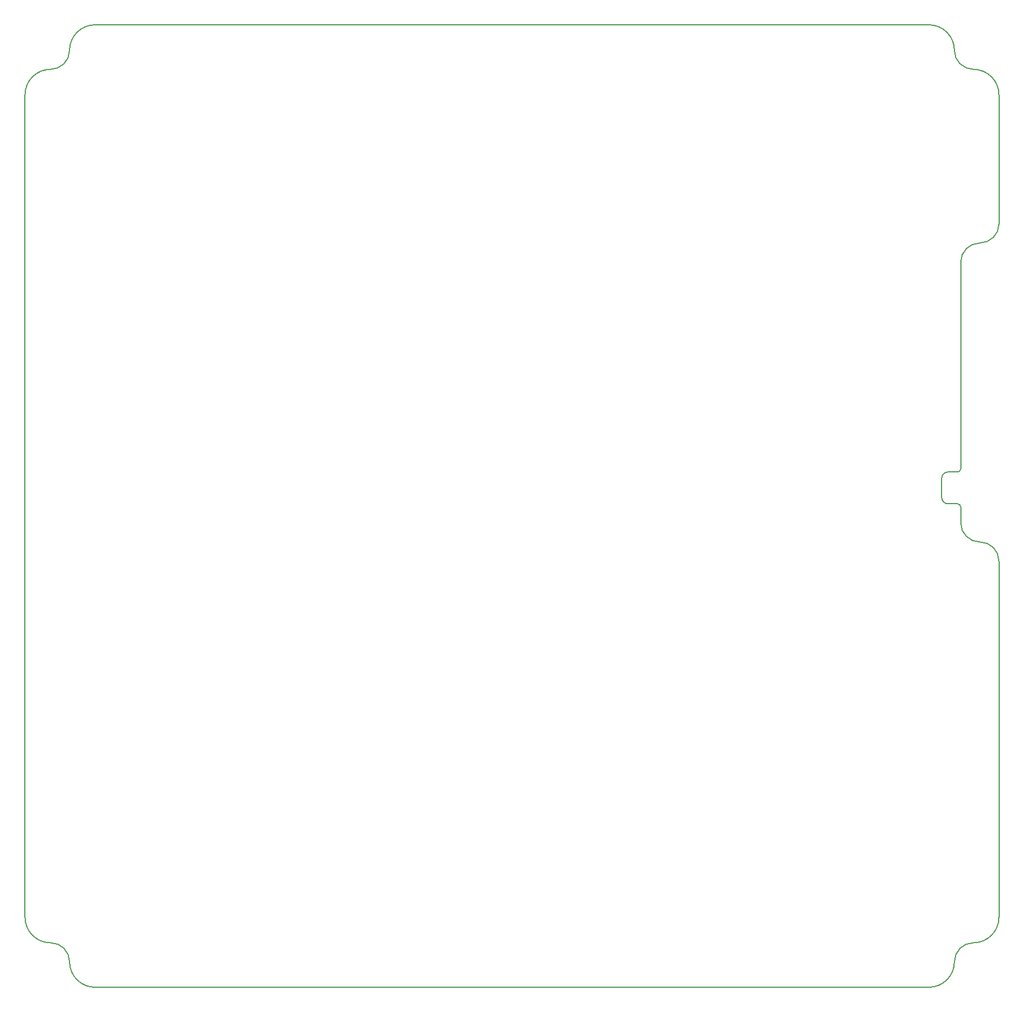
<source format=gbp>
%TF.GenerationSoftware,KiCad,Pcbnew,(5.99.0-12439-g94954386e6)*%
%TF.CreationDate,2021-10-03T01:37:18+03:00*%
%TF.ProjectId,proteus125honda,70726f74-6575-4733-9132-35686f6e6461,rev?*%
%TF.SameCoordinates,Original*%
%TF.FileFunction,Paste,Bot*%
%TF.FilePolarity,Positive*%
%FSLAX46Y46*%
G04 Gerber Fmt 4.6, Leading zero omitted, Abs format (unit mm)*
G04 Created by KiCad (PCBNEW (5.99.0-12439-g94954386e6)) date 2021-10-03 01:37:18*
%MOMM*%
%LPD*%
G01*
G04 APERTURE LIST*
%TA.AperFunction,Profile*%
%ADD10C,0.200000*%
%TD*%
G04 APERTURE END LIST*
D10*
X99000001Y-73500001D02*
G75*
G03*
X102000000Y-70500000I-1J3000000D01*
G01*
X248000000Y-97800000D02*
X248000000Y-77500000D01*
X101999996Y-213800002D02*
G75*
G03*
X105999998Y-217800000I4000000J2D01*
G01*
X106000000Y-66500000D02*
X237000000Y-66500000D01*
X244000002Y-210799998D02*
G75*
G03*
X248000000Y-206800000I0J3999998D01*
G01*
X241500000Y-141800000D02*
X240000000Y-141800000D01*
X106000000Y-217800000D02*
X237000000Y-217800000D01*
X239000003Y-140800003D02*
G75*
G03*
X240000000Y-141800000I999997J0D01*
G01*
X98999996Y-210799998D02*
G75*
G02*
X94999998Y-206800000I0J3999998D01*
G01*
X239000000Y-140800000D02*
X239000000Y-137800000D01*
X242000000Y-103800000D02*
G75*
G02*
X245000000Y-100800000I3000000J0D01*
G01*
X244000000Y-210800000D02*
G75*
G03*
X241000000Y-213800000I0J-3000000D01*
G01*
X101999997Y-70499999D02*
G75*
G02*
X106000000Y-66500000I4000001J-2D01*
G01*
X94999998Y-206800000D02*
X95000000Y-77500000D01*
X241000003Y-70499999D02*
G75*
G03*
X237000000Y-66500000I-4000001J-2D01*
G01*
X245000000Y-147800000D02*
G75*
G02*
X248000000Y-150800000I0J-3000000D01*
G01*
X240000000Y-136800000D02*
X241500000Y-136800000D01*
X98999998Y-210800000D02*
G75*
G02*
X101999998Y-213800000I0J-3000000D01*
G01*
X243999999Y-73500001D02*
G75*
G02*
X241000000Y-70500000I1J3000000D01*
G01*
X241500001Y-141799999D02*
G75*
G02*
X242000000Y-142300000I-1J-500000D01*
G01*
X241500001Y-136799999D02*
G75*
G03*
X242000000Y-136300000I0J499999D01*
G01*
X238999997Y-137799997D02*
G75*
G02*
X240000000Y-136800000I1000000J-3D01*
G01*
X242000000Y-136300000D02*
X242000000Y-103800000D01*
X242000000Y-144800000D02*
X242000000Y-142300000D01*
X245000000Y-100800000D02*
G75*
G03*
X248000000Y-97800000I0J3000000D01*
G01*
X241000002Y-213800002D02*
G75*
G02*
X237000000Y-217800000I-4000000J2D01*
G01*
X98999999Y-73500001D02*
G75*
G03*
X95000000Y-77500000I0J-3999999D01*
G01*
X242000000Y-144800000D02*
G75*
G03*
X245000000Y-147800000I3000000J0D01*
G01*
X248000000Y-206800000D02*
X248000000Y-150800000D01*
X244000001Y-73500001D02*
G75*
G02*
X248000000Y-77500000I0J-3999999D01*
G01*
M02*

</source>
